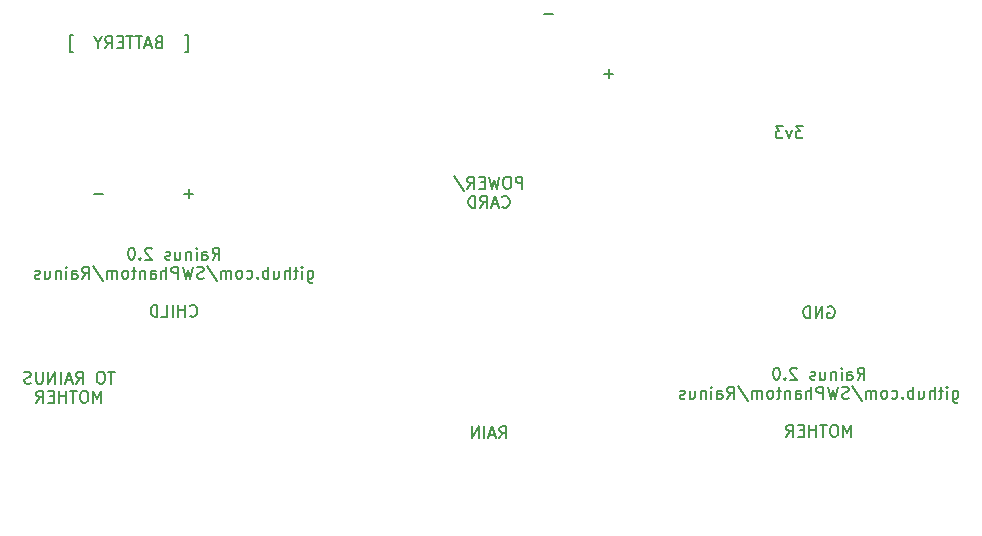
<source format=gbo>
%TF.GenerationSoftware,KiCad,Pcbnew,(6.0.8-1)-1*%
%TF.CreationDate,2023-05-11T15:02:42-07:00*%
%TF.ProjectId,rainus2.0,7261696e-7573-4322-9e30-2e6b69636164,rev?*%
%TF.SameCoordinates,Original*%
%TF.FileFunction,Legend,Bot*%
%TF.FilePolarity,Positive*%
%FSLAX46Y46*%
G04 Gerber Fmt 4.6, Leading zero omitted, Abs format (unit mm)*
G04 Created by KiCad (PCBNEW (6.0.8-1)-1) date 2023-05-11 15:02:42*
%MOMM*%
%LPD*%
G01*
G04 APERTURE LIST*
%ADD10C,0.150000*%
%ADD11C,3.650000*%
%ADD12C,1.524000*%
%ADD13R,1.500000X1.500000*%
%ADD14C,1.500000*%
%ADD15O,1.524000X1.524000*%
G04 APERTURE END LIST*
D10*
X111211904Y-86937380D02*
X111545238Y-86461190D01*
X111783333Y-86937380D02*
X111783333Y-85937380D01*
X111402380Y-85937380D01*
X111307142Y-85985000D01*
X111259523Y-86032619D01*
X111211904Y-86127857D01*
X111211904Y-86270714D01*
X111259523Y-86365952D01*
X111307142Y-86413571D01*
X111402380Y-86461190D01*
X111783333Y-86461190D01*
X110354761Y-86937380D02*
X110354761Y-86413571D01*
X110402380Y-86318333D01*
X110497619Y-86270714D01*
X110688095Y-86270714D01*
X110783333Y-86318333D01*
X110354761Y-86889761D02*
X110450000Y-86937380D01*
X110688095Y-86937380D01*
X110783333Y-86889761D01*
X110830952Y-86794523D01*
X110830952Y-86699285D01*
X110783333Y-86604047D01*
X110688095Y-86556428D01*
X110450000Y-86556428D01*
X110354761Y-86508809D01*
X109878571Y-86937380D02*
X109878571Y-86270714D01*
X109878571Y-85937380D02*
X109926190Y-85985000D01*
X109878571Y-86032619D01*
X109830952Y-85985000D01*
X109878571Y-85937380D01*
X109878571Y-86032619D01*
X109402380Y-86270714D02*
X109402380Y-86937380D01*
X109402380Y-86365952D02*
X109354761Y-86318333D01*
X109259523Y-86270714D01*
X109116666Y-86270714D01*
X109021428Y-86318333D01*
X108973809Y-86413571D01*
X108973809Y-86937380D01*
X108069047Y-86270714D02*
X108069047Y-86937380D01*
X108497619Y-86270714D02*
X108497619Y-86794523D01*
X108450000Y-86889761D01*
X108354761Y-86937380D01*
X108211904Y-86937380D01*
X108116666Y-86889761D01*
X108069047Y-86842142D01*
X107640476Y-86889761D02*
X107545238Y-86937380D01*
X107354761Y-86937380D01*
X107259523Y-86889761D01*
X107211904Y-86794523D01*
X107211904Y-86746904D01*
X107259523Y-86651666D01*
X107354761Y-86604047D01*
X107497619Y-86604047D01*
X107592857Y-86556428D01*
X107640476Y-86461190D01*
X107640476Y-86413571D01*
X107592857Y-86318333D01*
X107497619Y-86270714D01*
X107354761Y-86270714D01*
X107259523Y-86318333D01*
X106069047Y-86032619D02*
X106021428Y-85985000D01*
X105926190Y-85937380D01*
X105688095Y-85937380D01*
X105592857Y-85985000D01*
X105545238Y-86032619D01*
X105497619Y-86127857D01*
X105497619Y-86223095D01*
X105545238Y-86365952D01*
X106116666Y-86937380D01*
X105497619Y-86937380D01*
X105069047Y-86842142D02*
X105021428Y-86889761D01*
X105069047Y-86937380D01*
X105116666Y-86889761D01*
X105069047Y-86842142D01*
X105069047Y-86937380D01*
X104402380Y-85937380D02*
X104307142Y-85937380D01*
X104211904Y-85985000D01*
X104164285Y-86032619D01*
X104116666Y-86127857D01*
X104069047Y-86318333D01*
X104069047Y-86556428D01*
X104116666Y-86746904D01*
X104164285Y-86842142D01*
X104211904Y-86889761D01*
X104307142Y-86937380D01*
X104402380Y-86937380D01*
X104497619Y-86889761D01*
X104545238Y-86842142D01*
X104592857Y-86746904D01*
X104640476Y-86556428D01*
X104640476Y-86318333D01*
X104592857Y-86127857D01*
X104545238Y-86032619D01*
X104497619Y-85985000D01*
X104402380Y-85937380D01*
X119259523Y-87880714D02*
X119259523Y-88690238D01*
X119307142Y-88785476D01*
X119354761Y-88833095D01*
X119450000Y-88880714D01*
X119592857Y-88880714D01*
X119688095Y-88833095D01*
X119259523Y-88499761D02*
X119354761Y-88547380D01*
X119545238Y-88547380D01*
X119640476Y-88499761D01*
X119688095Y-88452142D01*
X119735714Y-88356904D01*
X119735714Y-88071190D01*
X119688095Y-87975952D01*
X119640476Y-87928333D01*
X119545238Y-87880714D01*
X119354761Y-87880714D01*
X119259523Y-87928333D01*
X118783333Y-88547380D02*
X118783333Y-87880714D01*
X118783333Y-87547380D02*
X118830952Y-87595000D01*
X118783333Y-87642619D01*
X118735714Y-87595000D01*
X118783333Y-87547380D01*
X118783333Y-87642619D01*
X118450000Y-87880714D02*
X118069047Y-87880714D01*
X118307142Y-87547380D02*
X118307142Y-88404523D01*
X118259523Y-88499761D01*
X118164285Y-88547380D01*
X118069047Y-88547380D01*
X117735714Y-88547380D02*
X117735714Y-87547380D01*
X117307142Y-88547380D02*
X117307142Y-88023571D01*
X117354761Y-87928333D01*
X117450000Y-87880714D01*
X117592857Y-87880714D01*
X117688095Y-87928333D01*
X117735714Y-87975952D01*
X116402380Y-87880714D02*
X116402380Y-88547380D01*
X116830952Y-87880714D02*
X116830952Y-88404523D01*
X116783333Y-88499761D01*
X116688095Y-88547380D01*
X116545238Y-88547380D01*
X116450000Y-88499761D01*
X116402380Y-88452142D01*
X115926190Y-88547380D02*
X115926190Y-87547380D01*
X115926190Y-87928333D02*
X115830952Y-87880714D01*
X115640476Y-87880714D01*
X115545238Y-87928333D01*
X115497619Y-87975952D01*
X115450000Y-88071190D01*
X115450000Y-88356904D01*
X115497619Y-88452142D01*
X115545238Y-88499761D01*
X115640476Y-88547380D01*
X115830952Y-88547380D01*
X115926190Y-88499761D01*
X115021428Y-88452142D02*
X114973809Y-88499761D01*
X115021428Y-88547380D01*
X115069047Y-88499761D01*
X115021428Y-88452142D01*
X115021428Y-88547380D01*
X114116666Y-88499761D02*
X114211904Y-88547380D01*
X114402380Y-88547380D01*
X114497619Y-88499761D01*
X114545238Y-88452142D01*
X114592857Y-88356904D01*
X114592857Y-88071190D01*
X114545238Y-87975952D01*
X114497619Y-87928333D01*
X114402380Y-87880714D01*
X114211904Y-87880714D01*
X114116666Y-87928333D01*
X113545238Y-88547380D02*
X113640476Y-88499761D01*
X113688095Y-88452142D01*
X113735714Y-88356904D01*
X113735714Y-88071190D01*
X113688095Y-87975952D01*
X113640476Y-87928333D01*
X113545238Y-87880714D01*
X113402380Y-87880714D01*
X113307142Y-87928333D01*
X113259523Y-87975952D01*
X113211904Y-88071190D01*
X113211904Y-88356904D01*
X113259523Y-88452142D01*
X113307142Y-88499761D01*
X113402380Y-88547380D01*
X113545238Y-88547380D01*
X112783333Y-88547380D02*
X112783333Y-87880714D01*
X112783333Y-87975952D02*
X112735714Y-87928333D01*
X112640476Y-87880714D01*
X112497619Y-87880714D01*
X112402380Y-87928333D01*
X112354761Y-88023571D01*
X112354761Y-88547380D01*
X112354761Y-88023571D02*
X112307142Y-87928333D01*
X112211904Y-87880714D01*
X112069047Y-87880714D01*
X111973809Y-87928333D01*
X111926190Y-88023571D01*
X111926190Y-88547380D01*
X110735714Y-87499761D02*
X111592857Y-88785476D01*
X110450000Y-88499761D02*
X110307142Y-88547380D01*
X110069047Y-88547380D01*
X109973809Y-88499761D01*
X109926190Y-88452142D01*
X109878571Y-88356904D01*
X109878571Y-88261666D01*
X109926190Y-88166428D01*
X109973809Y-88118809D01*
X110069047Y-88071190D01*
X110259523Y-88023571D01*
X110354761Y-87975952D01*
X110402380Y-87928333D01*
X110450000Y-87833095D01*
X110450000Y-87737857D01*
X110402380Y-87642619D01*
X110354761Y-87595000D01*
X110259523Y-87547380D01*
X110021428Y-87547380D01*
X109878571Y-87595000D01*
X109545238Y-87547380D02*
X109307142Y-88547380D01*
X109116666Y-87833095D01*
X108926190Y-88547380D01*
X108688095Y-87547380D01*
X108307142Y-88547380D02*
X108307142Y-87547380D01*
X107926190Y-87547380D01*
X107830952Y-87595000D01*
X107783333Y-87642619D01*
X107735714Y-87737857D01*
X107735714Y-87880714D01*
X107783333Y-87975952D01*
X107830952Y-88023571D01*
X107926190Y-88071190D01*
X108307142Y-88071190D01*
X107307142Y-88547380D02*
X107307142Y-87547380D01*
X106878571Y-88547380D02*
X106878571Y-88023571D01*
X106926190Y-87928333D01*
X107021428Y-87880714D01*
X107164285Y-87880714D01*
X107259523Y-87928333D01*
X107307142Y-87975952D01*
X105973809Y-88547380D02*
X105973809Y-88023571D01*
X106021428Y-87928333D01*
X106116666Y-87880714D01*
X106307142Y-87880714D01*
X106402380Y-87928333D01*
X105973809Y-88499761D02*
X106069047Y-88547380D01*
X106307142Y-88547380D01*
X106402380Y-88499761D01*
X106450000Y-88404523D01*
X106450000Y-88309285D01*
X106402380Y-88214047D01*
X106307142Y-88166428D01*
X106069047Y-88166428D01*
X105973809Y-88118809D01*
X105497619Y-87880714D02*
X105497619Y-88547380D01*
X105497619Y-87975952D02*
X105450000Y-87928333D01*
X105354761Y-87880714D01*
X105211904Y-87880714D01*
X105116666Y-87928333D01*
X105069047Y-88023571D01*
X105069047Y-88547380D01*
X104735714Y-87880714D02*
X104354761Y-87880714D01*
X104592857Y-87547380D02*
X104592857Y-88404523D01*
X104545238Y-88499761D01*
X104450000Y-88547380D01*
X104354761Y-88547380D01*
X103878571Y-88547380D02*
X103973809Y-88499761D01*
X104021428Y-88452142D01*
X104069047Y-88356904D01*
X104069047Y-88071190D01*
X104021428Y-87975952D01*
X103973809Y-87928333D01*
X103878571Y-87880714D01*
X103735714Y-87880714D01*
X103640476Y-87928333D01*
X103592857Y-87975952D01*
X103545238Y-88071190D01*
X103545238Y-88356904D01*
X103592857Y-88452142D01*
X103640476Y-88499761D01*
X103735714Y-88547380D01*
X103878571Y-88547380D01*
X103116666Y-88547380D02*
X103116666Y-87880714D01*
X103116666Y-87975952D02*
X103069047Y-87928333D01*
X102973809Y-87880714D01*
X102830952Y-87880714D01*
X102735714Y-87928333D01*
X102688095Y-88023571D01*
X102688095Y-88547380D01*
X102688095Y-88023571D02*
X102640476Y-87928333D01*
X102545238Y-87880714D01*
X102402380Y-87880714D01*
X102307142Y-87928333D01*
X102259523Y-88023571D01*
X102259523Y-88547380D01*
X101069047Y-87499761D02*
X101926190Y-88785476D01*
X100164285Y-88547380D02*
X100497619Y-88071190D01*
X100735714Y-88547380D02*
X100735714Y-87547380D01*
X100354761Y-87547380D01*
X100259523Y-87595000D01*
X100211904Y-87642619D01*
X100164285Y-87737857D01*
X100164285Y-87880714D01*
X100211904Y-87975952D01*
X100259523Y-88023571D01*
X100354761Y-88071190D01*
X100735714Y-88071190D01*
X99307142Y-88547380D02*
X99307142Y-88023571D01*
X99354761Y-87928333D01*
X99450000Y-87880714D01*
X99640476Y-87880714D01*
X99735714Y-87928333D01*
X99307142Y-88499761D02*
X99402380Y-88547380D01*
X99640476Y-88547380D01*
X99735714Y-88499761D01*
X99783333Y-88404523D01*
X99783333Y-88309285D01*
X99735714Y-88214047D01*
X99640476Y-88166428D01*
X99402380Y-88166428D01*
X99307142Y-88118809D01*
X98830952Y-88547380D02*
X98830952Y-87880714D01*
X98830952Y-87547380D02*
X98878571Y-87595000D01*
X98830952Y-87642619D01*
X98783333Y-87595000D01*
X98830952Y-87547380D01*
X98830952Y-87642619D01*
X98354761Y-87880714D02*
X98354761Y-88547380D01*
X98354761Y-87975952D02*
X98307142Y-87928333D01*
X98211904Y-87880714D01*
X98069047Y-87880714D01*
X97973809Y-87928333D01*
X97926190Y-88023571D01*
X97926190Y-88547380D01*
X97021428Y-87880714D02*
X97021428Y-88547380D01*
X97450000Y-87880714D02*
X97450000Y-88404523D01*
X97402380Y-88499761D01*
X97307142Y-88547380D01*
X97164285Y-88547380D01*
X97069047Y-88499761D01*
X97021428Y-88452142D01*
X96592857Y-88499761D02*
X96497619Y-88547380D01*
X96307142Y-88547380D01*
X96211904Y-88499761D01*
X96164285Y-88404523D01*
X96164285Y-88356904D01*
X96211904Y-88261666D01*
X96307142Y-88214047D01*
X96450000Y-88214047D01*
X96545238Y-88166428D01*
X96592857Y-88071190D01*
X96592857Y-88023571D01*
X96545238Y-87928333D01*
X96450000Y-87880714D01*
X96307142Y-87880714D01*
X96211904Y-87928333D01*
X109307142Y-91672142D02*
X109354761Y-91719761D01*
X109497619Y-91767380D01*
X109592857Y-91767380D01*
X109735714Y-91719761D01*
X109830952Y-91624523D01*
X109878571Y-91529285D01*
X109926190Y-91338809D01*
X109926190Y-91195952D01*
X109878571Y-91005476D01*
X109830952Y-90910238D01*
X109735714Y-90815000D01*
X109592857Y-90767380D01*
X109497619Y-90767380D01*
X109354761Y-90815000D01*
X109307142Y-90862619D01*
X108878571Y-91767380D02*
X108878571Y-90767380D01*
X108878571Y-91243571D02*
X108307142Y-91243571D01*
X108307142Y-91767380D02*
X108307142Y-90767380D01*
X107830952Y-91767380D02*
X107830952Y-90767380D01*
X106878571Y-91767380D02*
X107354761Y-91767380D01*
X107354761Y-90767380D01*
X106545238Y-91767380D02*
X106545238Y-90767380D01*
X106307142Y-90767380D01*
X106164285Y-90815000D01*
X106069047Y-90910238D01*
X106021428Y-91005476D01*
X105973809Y-91195952D01*
X105973809Y-91338809D01*
X106021428Y-91529285D01*
X106069047Y-91624523D01*
X106164285Y-91719761D01*
X106307142Y-91767380D01*
X106545238Y-91767380D01*
X165821904Y-97097380D02*
X166155238Y-96621190D01*
X166393333Y-97097380D02*
X166393333Y-96097380D01*
X166012380Y-96097380D01*
X165917142Y-96145000D01*
X165869523Y-96192619D01*
X165821904Y-96287857D01*
X165821904Y-96430714D01*
X165869523Y-96525952D01*
X165917142Y-96573571D01*
X166012380Y-96621190D01*
X166393333Y-96621190D01*
X164964761Y-97097380D02*
X164964761Y-96573571D01*
X165012380Y-96478333D01*
X165107619Y-96430714D01*
X165298095Y-96430714D01*
X165393333Y-96478333D01*
X164964761Y-97049761D02*
X165060000Y-97097380D01*
X165298095Y-97097380D01*
X165393333Y-97049761D01*
X165440952Y-96954523D01*
X165440952Y-96859285D01*
X165393333Y-96764047D01*
X165298095Y-96716428D01*
X165060000Y-96716428D01*
X164964761Y-96668809D01*
X164488571Y-97097380D02*
X164488571Y-96430714D01*
X164488571Y-96097380D02*
X164536190Y-96145000D01*
X164488571Y-96192619D01*
X164440952Y-96145000D01*
X164488571Y-96097380D01*
X164488571Y-96192619D01*
X164012380Y-96430714D02*
X164012380Y-97097380D01*
X164012380Y-96525952D02*
X163964761Y-96478333D01*
X163869523Y-96430714D01*
X163726666Y-96430714D01*
X163631428Y-96478333D01*
X163583809Y-96573571D01*
X163583809Y-97097380D01*
X162679047Y-96430714D02*
X162679047Y-97097380D01*
X163107619Y-96430714D02*
X163107619Y-96954523D01*
X163060000Y-97049761D01*
X162964761Y-97097380D01*
X162821904Y-97097380D01*
X162726666Y-97049761D01*
X162679047Y-97002142D01*
X162250476Y-97049761D02*
X162155238Y-97097380D01*
X161964761Y-97097380D01*
X161869523Y-97049761D01*
X161821904Y-96954523D01*
X161821904Y-96906904D01*
X161869523Y-96811666D01*
X161964761Y-96764047D01*
X162107619Y-96764047D01*
X162202857Y-96716428D01*
X162250476Y-96621190D01*
X162250476Y-96573571D01*
X162202857Y-96478333D01*
X162107619Y-96430714D01*
X161964761Y-96430714D01*
X161869523Y-96478333D01*
X160679047Y-96192619D02*
X160631428Y-96145000D01*
X160536190Y-96097380D01*
X160298095Y-96097380D01*
X160202857Y-96145000D01*
X160155238Y-96192619D01*
X160107619Y-96287857D01*
X160107619Y-96383095D01*
X160155238Y-96525952D01*
X160726666Y-97097380D01*
X160107619Y-97097380D01*
X159679047Y-97002142D02*
X159631428Y-97049761D01*
X159679047Y-97097380D01*
X159726666Y-97049761D01*
X159679047Y-97002142D01*
X159679047Y-97097380D01*
X159012380Y-96097380D02*
X158917142Y-96097380D01*
X158821904Y-96145000D01*
X158774285Y-96192619D01*
X158726666Y-96287857D01*
X158679047Y-96478333D01*
X158679047Y-96716428D01*
X158726666Y-96906904D01*
X158774285Y-97002142D01*
X158821904Y-97049761D01*
X158917142Y-97097380D01*
X159012380Y-97097380D01*
X159107619Y-97049761D01*
X159155238Y-97002142D01*
X159202857Y-96906904D01*
X159250476Y-96716428D01*
X159250476Y-96478333D01*
X159202857Y-96287857D01*
X159155238Y-96192619D01*
X159107619Y-96145000D01*
X159012380Y-96097380D01*
X173869523Y-98040714D02*
X173869523Y-98850238D01*
X173917142Y-98945476D01*
X173964761Y-98993095D01*
X174060000Y-99040714D01*
X174202857Y-99040714D01*
X174298095Y-98993095D01*
X173869523Y-98659761D02*
X173964761Y-98707380D01*
X174155238Y-98707380D01*
X174250476Y-98659761D01*
X174298095Y-98612142D01*
X174345714Y-98516904D01*
X174345714Y-98231190D01*
X174298095Y-98135952D01*
X174250476Y-98088333D01*
X174155238Y-98040714D01*
X173964761Y-98040714D01*
X173869523Y-98088333D01*
X173393333Y-98707380D02*
X173393333Y-98040714D01*
X173393333Y-97707380D02*
X173440952Y-97755000D01*
X173393333Y-97802619D01*
X173345714Y-97755000D01*
X173393333Y-97707380D01*
X173393333Y-97802619D01*
X173060000Y-98040714D02*
X172679047Y-98040714D01*
X172917142Y-97707380D02*
X172917142Y-98564523D01*
X172869523Y-98659761D01*
X172774285Y-98707380D01*
X172679047Y-98707380D01*
X172345714Y-98707380D02*
X172345714Y-97707380D01*
X171917142Y-98707380D02*
X171917142Y-98183571D01*
X171964761Y-98088333D01*
X172060000Y-98040714D01*
X172202857Y-98040714D01*
X172298095Y-98088333D01*
X172345714Y-98135952D01*
X171012380Y-98040714D02*
X171012380Y-98707380D01*
X171440952Y-98040714D02*
X171440952Y-98564523D01*
X171393333Y-98659761D01*
X171298095Y-98707380D01*
X171155238Y-98707380D01*
X171060000Y-98659761D01*
X171012380Y-98612142D01*
X170536190Y-98707380D02*
X170536190Y-97707380D01*
X170536190Y-98088333D02*
X170440952Y-98040714D01*
X170250476Y-98040714D01*
X170155238Y-98088333D01*
X170107619Y-98135952D01*
X170060000Y-98231190D01*
X170060000Y-98516904D01*
X170107619Y-98612142D01*
X170155238Y-98659761D01*
X170250476Y-98707380D01*
X170440952Y-98707380D01*
X170536190Y-98659761D01*
X169631428Y-98612142D02*
X169583809Y-98659761D01*
X169631428Y-98707380D01*
X169679047Y-98659761D01*
X169631428Y-98612142D01*
X169631428Y-98707380D01*
X168726666Y-98659761D02*
X168821904Y-98707380D01*
X169012380Y-98707380D01*
X169107619Y-98659761D01*
X169155238Y-98612142D01*
X169202857Y-98516904D01*
X169202857Y-98231190D01*
X169155238Y-98135952D01*
X169107619Y-98088333D01*
X169012380Y-98040714D01*
X168821904Y-98040714D01*
X168726666Y-98088333D01*
X168155238Y-98707380D02*
X168250476Y-98659761D01*
X168298095Y-98612142D01*
X168345714Y-98516904D01*
X168345714Y-98231190D01*
X168298095Y-98135952D01*
X168250476Y-98088333D01*
X168155238Y-98040714D01*
X168012380Y-98040714D01*
X167917142Y-98088333D01*
X167869523Y-98135952D01*
X167821904Y-98231190D01*
X167821904Y-98516904D01*
X167869523Y-98612142D01*
X167917142Y-98659761D01*
X168012380Y-98707380D01*
X168155238Y-98707380D01*
X167393333Y-98707380D02*
X167393333Y-98040714D01*
X167393333Y-98135952D02*
X167345714Y-98088333D01*
X167250476Y-98040714D01*
X167107619Y-98040714D01*
X167012380Y-98088333D01*
X166964761Y-98183571D01*
X166964761Y-98707380D01*
X166964761Y-98183571D02*
X166917142Y-98088333D01*
X166821904Y-98040714D01*
X166679047Y-98040714D01*
X166583809Y-98088333D01*
X166536190Y-98183571D01*
X166536190Y-98707380D01*
X165345714Y-97659761D02*
X166202857Y-98945476D01*
X165060000Y-98659761D02*
X164917142Y-98707380D01*
X164679047Y-98707380D01*
X164583809Y-98659761D01*
X164536190Y-98612142D01*
X164488571Y-98516904D01*
X164488571Y-98421666D01*
X164536190Y-98326428D01*
X164583809Y-98278809D01*
X164679047Y-98231190D01*
X164869523Y-98183571D01*
X164964761Y-98135952D01*
X165012380Y-98088333D01*
X165060000Y-97993095D01*
X165060000Y-97897857D01*
X165012380Y-97802619D01*
X164964761Y-97755000D01*
X164869523Y-97707380D01*
X164631428Y-97707380D01*
X164488571Y-97755000D01*
X164155238Y-97707380D02*
X163917142Y-98707380D01*
X163726666Y-97993095D01*
X163536190Y-98707380D01*
X163298095Y-97707380D01*
X162917142Y-98707380D02*
X162917142Y-97707380D01*
X162536190Y-97707380D01*
X162440952Y-97755000D01*
X162393333Y-97802619D01*
X162345714Y-97897857D01*
X162345714Y-98040714D01*
X162393333Y-98135952D01*
X162440952Y-98183571D01*
X162536190Y-98231190D01*
X162917142Y-98231190D01*
X161917142Y-98707380D02*
X161917142Y-97707380D01*
X161488571Y-98707380D02*
X161488571Y-98183571D01*
X161536190Y-98088333D01*
X161631428Y-98040714D01*
X161774285Y-98040714D01*
X161869523Y-98088333D01*
X161917142Y-98135952D01*
X160583809Y-98707380D02*
X160583809Y-98183571D01*
X160631428Y-98088333D01*
X160726666Y-98040714D01*
X160917142Y-98040714D01*
X161012380Y-98088333D01*
X160583809Y-98659761D02*
X160679047Y-98707380D01*
X160917142Y-98707380D01*
X161012380Y-98659761D01*
X161060000Y-98564523D01*
X161060000Y-98469285D01*
X161012380Y-98374047D01*
X160917142Y-98326428D01*
X160679047Y-98326428D01*
X160583809Y-98278809D01*
X160107619Y-98040714D02*
X160107619Y-98707380D01*
X160107619Y-98135952D02*
X160060000Y-98088333D01*
X159964761Y-98040714D01*
X159821904Y-98040714D01*
X159726666Y-98088333D01*
X159679047Y-98183571D01*
X159679047Y-98707380D01*
X159345714Y-98040714D02*
X158964761Y-98040714D01*
X159202857Y-97707380D02*
X159202857Y-98564523D01*
X159155238Y-98659761D01*
X159060000Y-98707380D01*
X158964761Y-98707380D01*
X158488571Y-98707380D02*
X158583809Y-98659761D01*
X158631428Y-98612142D01*
X158679047Y-98516904D01*
X158679047Y-98231190D01*
X158631428Y-98135952D01*
X158583809Y-98088333D01*
X158488571Y-98040714D01*
X158345714Y-98040714D01*
X158250476Y-98088333D01*
X158202857Y-98135952D01*
X158155238Y-98231190D01*
X158155238Y-98516904D01*
X158202857Y-98612142D01*
X158250476Y-98659761D01*
X158345714Y-98707380D01*
X158488571Y-98707380D01*
X157726666Y-98707380D02*
X157726666Y-98040714D01*
X157726666Y-98135952D02*
X157679047Y-98088333D01*
X157583809Y-98040714D01*
X157440952Y-98040714D01*
X157345714Y-98088333D01*
X157298095Y-98183571D01*
X157298095Y-98707380D01*
X157298095Y-98183571D02*
X157250476Y-98088333D01*
X157155238Y-98040714D01*
X157012380Y-98040714D01*
X156917142Y-98088333D01*
X156869523Y-98183571D01*
X156869523Y-98707380D01*
X155679047Y-97659761D02*
X156536190Y-98945476D01*
X154774285Y-98707380D02*
X155107619Y-98231190D01*
X155345714Y-98707380D02*
X155345714Y-97707380D01*
X154964761Y-97707380D01*
X154869523Y-97755000D01*
X154821904Y-97802619D01*
X154774285Y-97897857D01*
X154774285Y-98040714D01*
X154821904Y-98135952D01*
X154869523Y-98183571D01*
X154964761Y-98231190D01*
X155345714Y-98231190D01*
X153917142Y-98707380D02*
X153917142Y-98183571D01*
X153964761Y-98088333D01*
X154060000Y-98040714D01*
X154250476Y-98040714D01*
X154345714Y-98088333D01*
X153917142Y-98659761D02*
X154012380Y-98707380D01*
X154250476Y-98707380D01*
X154345714Y-98659761D01*
X154393333Y-98564523D01*
X154393333Y-98469285D01*
X154345714Y-98374047D01*
X154250476Y-98326428D01*
X154012380Y-98326428D01*
X153917142Y-98278809D01*
X153440952Y-98707380D02*
X153440952Y-98040714D01*
X153440952Y-97707380D02*
X153488571Y-97755000D01*
X153440952Y-97802619D01*
X153393333Y-97755000D01*
X153440952Y-97707380D01*
X153440952Y-97802619D01*
X152964761Y-98040714D02*
X152964761Y-98707380D01*
X152964761Y-98135952D02*
X152917142Y-98088333D01*
X152821904Y-98040714D01*
X152679047Y-98040714D01*
X152583809Y-98088333D01*
X152536190Y-98183571D01*
X152536190Y-98707380D01*
X151631428Y-98040714D02*
X151631428Y-98707380D01*
X152060000Y-98040714D02*
X152060000Y-98564523D01*
X152012380Y-98659761D01*
X151917142Y-98707380D01*
X151774285Y-98707380D01*
X151679047Y-98659761D01*
X151631428Y-98612142D01*
X151202857Y-98659761D02*
X151107619Y-98707380D01*
X150917142Y-98707380D01*
X150821904Y-98659761D01*
X150774285Y-98564523D01*
X150774285Y-98516904D01*
X150821904Y-98421666D01*
X150917142Y-98374047D01*
X151060000Y-98374047D01*
X151155238Y-98326428D01*
X151202857Y-98231190D01*
X151202857Y-98183571D01*
X151155238Y-98088333D01*
X151060000Y-98040714D01*
X150917142Y-98040714D01*
X150821904Y-98088333D01*
X165274285Y-101927380D02*
X165274285Y-100927380D01*
X164940952Y-101641666D01*
X164607619Y-100927380D01*
X164607619Y-101927380D01*
X163940952Y-100927380D02*
X163750476Y-100927380D01*
X163655238Y-100975000D01*
X163560000Y-101070238D01*
X163512380Y-101260714D01*
X163512380Y-101594047D01*
X163560000Y-101784523D01*
X163655238Y-101879761D01*
X163750476Y-101927380D01*
X163940952Y-101927380D01*
X164036190Y-101879761D01*
X164131428Y-101784523D01*
X164179047Y-101594047D01*
X164179047Y-101260714D01*
X164131428Y-101070238D01*
X164036190Y-100975000D01*
X163940952Y-100927380D01*
X163226666Y-100927380D02*
X162655238Y-100927380D01*
X162940952Y-101927380D02*
X162940952Y-100927380D01*
X162321904Y-101927380D02*
X162321904Y-100927380D01*
X162321904Y-101403571D02*
X161750476Y-101403571D01*
X161750476Y-101927380D02*
X161750476Y-100927380D01*
X161274285Y-101403571D02*
X160940952Y-101403571D01*
X160798095Y-101927380D02*
X161274285Y-101927380D01*
X161274285Y-100927380D01*
X160798095Y-100927380D01*
X159798095Y-101927380D02*
X160131428Y-101451190D01*
X160369523Y-101927380D02*
X160369523Y-100927380D01*
X159988571Y-100927380D01*
X159893333Y-100975000D01*
X159845714Y-101022619D01*
X159798095Y-101117857D01*
X159798095Y-101260714D01*
X159845714Y-101355952D01*
X159893333Y-101403571D01*
X159988571Y-101451190D01*
X160369523Y-101451190D01*
X101980952Y-81351428D02*
X101219047Y-81351428D01*
X135500952Y-102052380D02*
X135834285Y-101576190D01*
X136072380Y-102052380D02*
X136072380Y-101052380D01*
X135691428Y-101052380D01*
X135596190Y-101100000D01*
X135548571Y-101147619D01*
X135500952Y-101242857D01*
X135500952Y-101385714D01*
X135548571Y-101480952D01*
X135596190Y-101528571D01*
X135691428Y-101576190D01*
X136072380Y-101576190D01*
X135120000Y-101766666D02*
X134643809Y-101766666D01*
X135215238Y-102052380D02*
X134881904Y-101052380D01*
X134548571Y-102052380D01*
X134215238Y-102052380D02*
X134215238Y-101052380D01*
X133739047Y-102052380D02*
X133739047Y-101052380D01*
X133167619Y-102052380D01*
X133167619Y-101052380D01*
X102940952Y-96437380D02*
X102369523Y-96437380D01*
X102655238Y-97437380D02*
X102655238Y-96437380D01*
X101845714Y-96437380D02*
X101655238Y-96437380D01*
X101560000Y-96485000D01*
X101464761Y-96580238D01*
X101417142Y-96770714D01*
X101417142Y-97104047D01*
X101464761Y-97294523D01*
X101560000Y-97389761D01*
X101655238Y-97437380D01*
X101845714Y-97437380D01*
X101940952Y-97389761D01*
X102036190Y-97294523D01*
X102083809Y-97104047D01*
X102083809Y-96770714D01*
X102036190Y-96580238D01*
X101940952Y-96485000D01*
X101845714Y-96437380D01*
X99655238Y-97437380D02*
X99988571Y-96961190D01*
X100226666Y-97437380D02*
X100226666Y-96437380D01*
X99845714Y-96437380D01*
X99750476Y-96485000D01*
X99702857Y-96532619D01*
X99655238Y-96627857D01*
X99655238Y-96770714D01*
X99702857Y-96865952D01*
X99750476Y-96913571D01*
X99845714Y-96961190D01*
X100226666Y-96961190D01*
X99274285Y-97151666D02*
X98798095Y-97151666D01*
X99369523Y-97437380D02*
X99036190Y-96437380D01*
X98702857Y-97437380D01*
X98369523Y-97437380D02*
X98369523Y-96437380D01*
X97893333Y-97437380D02*
X97893333Y-96437380D01*
X97321904Y-97437380D01*
X97321904Y-96437380D01*
X96845714Y-96437380D02*
X96845714Y-97246904D01*
X96798095Y-97342142D01*
X96750476Y-97389761D01*
X96655238Y-97437380D01*
X96464761Y-97437380D01*
X96369523Y-97389761D01*
X96321904Y-97342142D01*
X96274285Y-97246904D01*
X96274285Y-96437380D01*
X95845714Y-97389761D02*
X95702857Y-97437380D01*
X95464761Y-97437380D01*
X95369523Y-97389761D01*
X95321904Y-97342142D01*
X95274285Y-97246904D01*
X95274285Y-97151666D01*
X95321904Y-97056428D01*
X95369523Y-97008809D01*
X95464761Y-96961190D01*
X95655238Y-96913571D01*
X95750476Y-96865952D01*
X95798095Y-96818333D01*
X95845714Y-96723095D01*
X95845714Y-96627857D01*
X95798095Y-96532619D01*
X95750476Y-96485000D01*
X95655238Y-96437380D01*
X95417142Y-96437380D01*
X95274285Y-96485000D01*
X101774285Y-99047380D02*
X101774285Y-98047380D01*
X101440952Y-98761666D01*
X101107619Y-98047380D01*
X101107619Y-99047380D01*
X100440952Y-98047380D02*
X100250476Y-98047380D01*
X100155238Y-98095000D01*
X100060000Y-98190238D01*
X100012380Y-98380714D01*
X100012380Y-98714047D01*
X100060000Y-98904523D01*
X100155238Y-98999761D01*
X100250476Y-99047380D01*
X100440952Y-99047380D01*
X100536190Y-98999761D01*
X100631428Y-98904523D01*
X100679047Y-98714047D01*
X100679047Y-98380714D01*
X100631428Y-98190238D01*
X100536190Y-98095000D01*
X100440952Y-98047380D01*
X99726666Y-98047380D02*
X99155238Y-98047380D01*
X99440952Y-99047380D02*
X99440952Y-98047380D01*
X98821904Y-99047380D02*
X98821904Y-98047380D01*
X98821904Y-98523571D02*
X98250476Y-98523571D01*
X98250476Y-99047380D02*
X98250476Y-98047380D01*
X97774285Y-98523571D02*
X97440952Y-98523571D01*
X97298095Y-99047380D02*
X97774285Y-99047380D01*
X97774285Y-98047380D01*
X97298095Y-98047380D01*
X96298095Y-99047380D02*
X96631428Y-98571190D01*
X96869523Y-99047380D02*
X96869523Y-98047380D01*
X96488571Y-98047380D01*
X96393333Y-98095000D01*
X96345714Y-98142619D01*
X96298095Y-98237857D01*
X96298095Y-98380714D01*
X96345714Y-98475952D01*
X96393333Y-98523571D01*
X96488571Y-98571190D01*
X96869523Y-98571190D01*
X163321904Y-90940000D02*
X163417142Y-90892380D01*
X163560000Y-90892380D01*
X163702857Y-90940000D01*
X163798095Y-91035238D01*
X163845714Y-91130476D01*
X163893333Y-91320952D01*
X163893333Y-91463809D01*
X163845714Y-91654285D01*
X163798095Y-91749523D01*
X163702857Y-91844761D01*
X163560000Y-91892380D01*
X163464761Y-91892380D01*
X163321904Y-91844761D01*
X163274285Y-91797142D01*
X163274285Y-91463809D01*
X163464761Y-91463809D01*
X162845714Y-91892380D02*
X162845714Y-90892380D01*
X162274285Y-91892380D01*
X162274285Y-90892380D01*
X161798095Y-91892380D02*
X161798095Y-90892380D01*
X161560000Y-90892380D01*
X161417142Y-90940000D01*
X161321904Y-91035238D01*
X161274285Y-91130476D01*
X161226666Y-91320952D01*
X161226666Y-91463809D01*
X161274285Y-91654285D01*
X161321904Y-91749523D01*
X161417142Y-91844761D01*
X161560000Y-91892380D01*
X161798095Y-91892380D01*
X137453333Y-80927380D02*
X137453333Y-79927380D01*
X137072380Y-79927380D01*
X136977142Y-79975000D01*
X136929523Y-80022619D01*
X136881904Y-80117857D01*
X136881904Y-80260714D01*
X136929523Y-80355952D01*
X136977142Y-80403571D01*
X137072380Y-80451190D01*
X137453333Y-80451190D01*
X136262857Y-79927380D02*
X136072380Y-79927380D01*
X135977142Y-79975000D01*
X135881904Y-80070238D01*
X135834285Y-80260714D01*
X135834285Y-80594047D01*
X135881904Y-80784523D01*
X135977142Y-80879761D01*
X136072380Y-80927380D01*
X136262857Y-80927380D01*
X136358095Y-80879761D01*
X136453333Y-80784523D01*
X136500952Y-80594047D01*
X136500952Y-80260714D01*
X136453333Y-80070238D01*
X136358095Y-79975000D01*
X136262857Y-79927380D01*
X135500952Y-79927380D02*
X135262857Y-80927380D01*
X135072380Y-80213095D01*
X134881904Y-80927380D01*
X134643809Y-79927380D01*
X134262857Y-80403571D02*
X133929523Y-80403571D01*
X133786666Y-80927380D02*
X134262857Y-80927380D01*
X134262857Y-79927380D01*
X133786666Y-79927380D01*
X132786666Y-80927380D02*
X133120000Y-80451190D01*
X133358095Y-80927380D02*
X133358095Y-79927380D01*
X132977142Y-79927380D01*
X132881904Y-79975000D01*
X132834285Y-80022619D01*
X132786666Y-80117857D01*
X132786666Y-80260714D01*
X132834285Y-80355952D01*
X132881904Y-80403571D01*
X132977142Y-80451190D01*
X133358095Y-80451190D01*
X131643809Y-79879761D02*
X132500952Y-81165476D01*
X135739047Y-82442142D02*
X135786666Y-82489761D01*
X135929523Y-82537380D01*
X136024761Y-82537380D01*
X136167619Y-82489761D01*
X136262857Y-82394523D01*
X136310476Y-82299285D01*
X136358095Y-82108809D01*
X136358095Y-81965952D01*
X136310476Y-81775476D01*
X136262857Y-81680238D01*
X136167619Y-81585000D01*
X136024761Y-81537380D01*
X135929523Y-81537380D01*
X135786666Y-81585000D01*
X135739047Y-81632619D01*
X135358095Y-82251666D02*
X134881904Y-82251666D01*
X135453333Y-82537380D02*
X135120000Y-81537380D01*
X134786666Y-82537380D01*
X133881904Y-82537380D02*
X134215238Y-82061190D01*
X134453333Y-82537380D02*
X134453333Y-81537380D01*
X134072380Y-81537380D01*
X133977142Y-81585000D01*
X133929523Y-81632619D01*
X133881904Y-81727857D01*
X133881904Y-81870714D01*
X133929523Y-81965952D01*
X133977142Y-82013571D01*
X134072380Y-82061190D01*
X134453333Y-82061190D01*
X133453333Y-82537380D02*
X133453333Y-81537380D01*
X133215238Y-81537380D01*
X133072380Y-81585000D01*
X132977142Y-81680238D01*
X132929523Y-81775476D01*
X132881904Y-81965952D01*
X132881904Y-82108809D01*
X132929523Y-82299285D01*
X132977142Y-82394523D01*
X133072380Y-82489761D01*
X133215238Y-82537380D01*
X133453333Y-82537380D01*
X161210476Y-75652380D02*
X160591428Y-75652380D01*
X160924761Y-76033333D01*
X160781904Y-76033333D01*
X160686666Y-76080952D01*
X160639047Y-76128571D01*
X160591428Y-76223809D01*
X160591428Y-76461904D01*
X160639047Y-76557142D01*
X160686666Y-76604761D01*
X160781904Y-76652380D01*
X161067619Y-76652380D01*
X161162857Y-76604761D01*
X161210476Y-76557142D01*
X160258095Y-75985714D02*
X160020000Y-76652380D01*
X159781904Y-75985714D01*
X159496190Y-75652380D02*
X158877142Y-75652380D01*
X159210476Y-76033333D01*
X159067619Y-76033333D01*
X158972380Y-76080952D01*
X158924761Y-76128571D01*
X158877142Y-76223809D01*
X158877142Y-76461904D01*
X158924761Y-76557142D01*
X158972380Y-76604761D01*
X159067619Y-76652380D01*
X159353333Y-76652380D01*
X159448571Y-76604761D01*
X159496190Y-76557142D01*
X140080952Y-66111428D02*
X139319047Y-66111428D01*
X145160952Y-71191428D02*
X144399047Y-71191428D01*
X144780000Y-71572380D02*
X144780000Y-70810476D01*
X109600952Y-81351428D02*
X108839047Y-81351428D01*
X109220000Y-81732380D02*
X109220000Y-80970476D01*
X108878095Y-69365714D02*
X109116190Y-69365714D01*
X109116190Y-67937142D01*
X108878095Y-67937142D01*
X106640000Y-68508571D02*
X106497142Y-68556190D01*
X106449523Y-68603809D01*
X106401904Y-68699047D01*
X106401904Y-68841904D01*
X106449523Y-68937142D01*
X106497142Y-68984761D01*
X106592380Y-69032380D01*
X106973333Y-69032380D01*
X106973333Y-68032380D01*
X106640000Y-68032380D01*
X106544761Y-68080000D01*
X106497142Y-68127619D01*
X106449523Y-68222857D01*
X106449523Y-68318095D01*
X106497142Y-68413333D01*
X106544761Y-68460952D01*
X106640000Y-68508571D01*
X106973333Y-68508571D01*
X106020952Y-68746666D02*
X105544761Y-68746666D01*
X106116190Y-69032380D02*
X105782857Y-68032380D01*
X105449523Y-69032380D01*
X105259047Y-68032380D02*
X104687619Y-68032380D01*
X104973333Y-69032380D02*
X104973333Y-68032380D01*
X104497142Y-68032380D02*
X103925714Y-68032380D01*
X104211428Y-69032380D02*
X104211428Y-68032380D01*
X103592380Y-68508571D02*
X103259047Y-68508571D01*
X103116190Y-69032380D02*
X103592380Y-69032380D01*
X103592380Y-68032380D01*
X103116190Y-68032380D01*
X102116190Y-69032380D02*
X102449523Y-68556190D01*
X102687619Y-69032380D02*
X102687619Y-68032380D01*
X102306666Y-68032380D01*
X102211428Y-68080000D01*
X102163809Y-68127619D01*
X102116190Y-68222857D01*
X102116190Y-68365714D01*
X102163809Y-68460952D01*
X102211428Y-68508571D01*
X102306666Y-68556190D01*
X102687619Y-68556190D01*
X101497142Y-68556190D02*
X101497142Y-69032380D01*
X101830476Y-68032380D02*
X101497142Y-68556190D01*
X101163809Y-68032380D01*
X99401904Y-69365714D02*
X99163809Y-69365714D01*
X99163809Y-67937142D01*
X99401904Y-67937142D01*
D11*
%TO.C,REF\u002A\u002A*%
X134620000Y-86360000D03*
X134620000Y-74930000D03*
%TD*%
%TO.C,REF\u002A\u002A*%
X97798750Y-104140000D03*
X97798750Y-92710000D03*
%TD*%
%TO.C,REF\u002A\u002A*%
X134120000Y-107432500D03*
X134120000Y-96002500D03*
%TD*%
%LPC*%
D12*
%TO.C,*%
X118618750Y-104657500D03*
%TD*%
%TO.C,*%
X118618750Y-97037500D03*
%TD*%
%TO.C,*%
X180340000Y-72390000D03*
%TD*%
%TO.C,*%
X118618750Y-91957500D03*
%TD*%
%TO.C,*%
X138430000Y-66040000D03*
%TD*%
%TO.C,*%
X180340000Y-77470000D03*
%TD*%
%TO.C,*%
X118618750Y-102117500D03*
%TD*%
D11*
%TO.C,REF\u002A\u002A*%
X134620000Y-86360000D03*
X134620000Y-74930000D03*
D13*
X140970000Y-76200000D03*
D14*
X143510000Y-77470000D03*
X140970000Y-78740000D03*
X143510000Y-80010000D03*
X140970000Y-81280000D03*
X143510000Y-82550000D03*
X140970000Y-83820000D03*
X143510000Y-85090000D03*
%TD*%
D12*
%TO.C,*%
X180340000Y-80010000D03*
%TD*%
%TO.C,*%
X102108750Y-83067500D03*
%TD*%
%TO.C,*%
X118618750Y-99577500D03*
%TD*%
%TO.C,REF\u002A\u002A*%
X161290000Y-67310000D03*
X161290000Y-105410000D03*
X172720000Y-74930000D03*
X172720000Y-77470000D03*
X172720000Y-80010000D03*
X172720000Y-82550000D03*
X172720000Y-85090000D03*
X172720000Y-87630000D03*
X172720000Y-90170000D03*
D15*
X149890000Y-72390000D03*
D12*
X149860000Y-74930000D03*
X149860000Y-77470000D03*
X149860000Y-80010000D03*
X149860000Y-82550000D03*
X149860000Y-85090000D03*
X149860000Y-87630000D03*
X149860000Y-90170000D03*
D15*
X172720000Y-72390000D03*
%TD*%
D12*
%TO.C,*%
X180340000Y-82550000D03*
%TD*%
D11*
%TO.C,REF\u002A\u002A*%
X97798750Y-104140000D03*
X97798750Y-92710000D03*
D13*
X104148750Y-93980000D03*
D14*
X106688750Y-95250000D03*
X104148750Y-96520000D03*
X106688750Y-97790000D03*
X104148750Y-99060000D03*
X106688750Y-100330000D03*
X104148750Y-101600000D03*
X106688750Y-102870000D03*
%TD*%
D12*
%TO.C,*%
X108458750Y-83067500D03*
%TD*%
D11*
%TO.C,REF\u002A\u002A*%
X134120000Y-107432500D03*
X134120000Y-96002500D03*
D13*
X140470000Y-97272500D03*
D14*
X143010000Y-98542500D03*
X140470000Y-99812500D03*
X143010000Y-101082500D03*
X140470000Y-102352500D03*
X143010000Y-103622500D03*
X140470000Y-104892500D03*
X143010000Y-106162500D03*
%TD*%
D12*
%TO.C,*%
X154940000Y-78740000D03*
%TD*%
%TO.C,*%
X118618750Y-94497500D03*
%TD*%
%TO.C,*%
X154940000Y-93980000D03*
%TD*%
%TO.C,*%
X144780000Y-69850000D03*
%TD*%
%TO.C,*%
X180340000Y-74930000D03*
%TD*%
M02*

</source>
